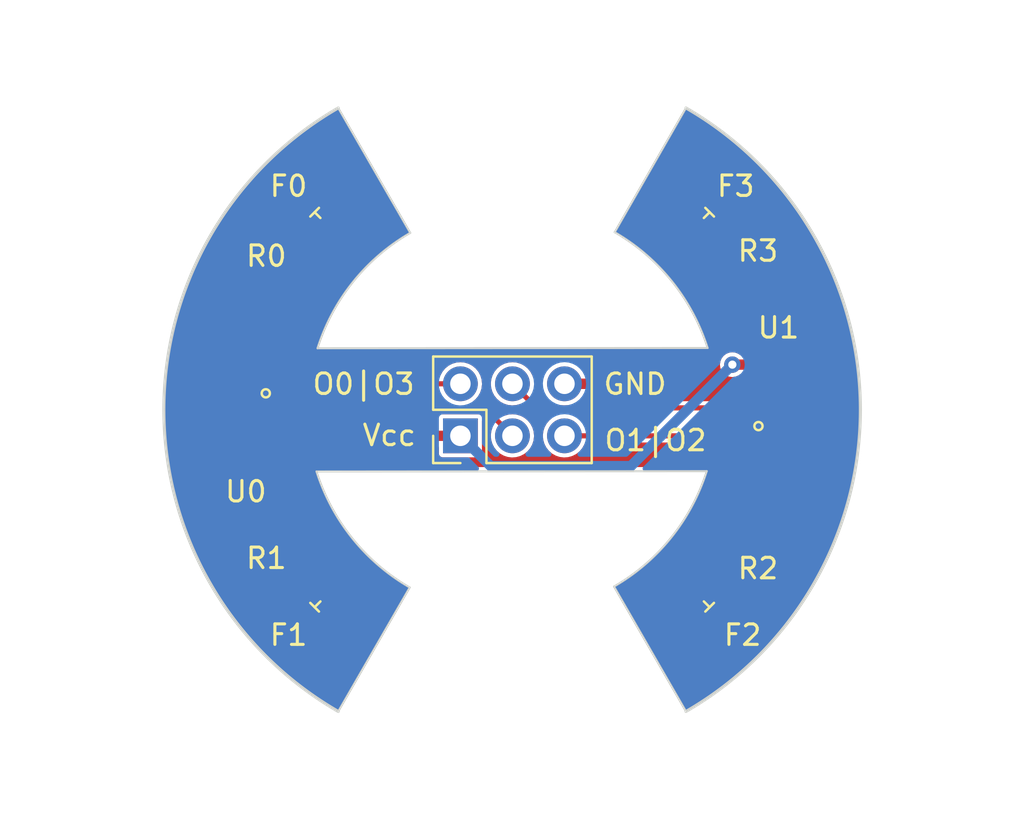
<source format=kicad_pcb>
(kicad_pcb (version 20211014) (generator pcbnew)
  (layers (0 "F.Cu" signal) (31 "B.Cu" signal) (34 "B.Paste" user) (35 "F.Paste" user) (36 "B.SilkS" user "B.Silkscreen") (37 "F.SilkS" user "F.Silkscreen") (38 "B.Mask" user) (39 "F.Mask" user) (44 "Edge.Cuts" user))
  (net 0 "")
  (net 1 "Net-(F0-Pad1)")
  (net 2 "GND")
  (net 3 "Net-(F1-Pad1)")
  (net 4 "Net-(F2-Pad1)")
  (net 5 "Net-(F3-Pad1)")
  (net 6 "O0")
  (net 7 "O1")
  (net 8 "O2")
  (net 9 "O3")
  (net 10 "VCC")
  (footprint "Helios:OPA2380" (layer "F.Cu") (at 178 100)
    (fp_text reference "U1" (at 0 -4) (layer "F.SilkS"))
    (fp_text value "OPA2380")
    (fp_circle (center -0.975 0.8) (end -0.775 0.8) (layer "F.SilkS") (width 0.12) (fill none))
    (pad "1" smd rect locked (at -0.975 2.2) (size 0.5 1.5) (layers "F.Cu" "F.Paste" "F.Mask") (net 8 "O2"))
    (pad "2" smd rect locked (at -0.325 2.2) (size 0.5 1.5) (layers "F.Cu" "F.Paste" "F.Mask") (net 4 "Net-(F2-Pad1)"))
    (pad "3" smd rect locked (at 0.325 2.2) (size 0.5 1.5) (layers "F.Cu" "F.Paste" "F.Mask") (net 2 "GND"))
    (pad "4" smd rect locked (at 0.975 2.2) (size 0.5 1.5) (layers "F.Cu" "F.Paste" "F.Mask") (net 2 "GND"))
    (pad "5" smd rect locked (at 0.975 -2.2) (size 0.5 1.5) (layers "F.Cu" "F.Paste" "F.Mask") (net 2 "GND"))
    (pad "6" smd rect locked (at 0.325 -2.2) (size 0.5 1.5) (layers "F.Cu" "F.Paste" "F.Mask") (net 5 "Net-(F3-Pad1)"))
    (pad "7" smd rect locked (at -0.325 -2.2) (size 0.5 1.5) (layers "F.Cu" "F.Paste" "F.Mask") (net 9 "O3"))
    (pad "8" smd rect locked (at -0.975 -2.2) (size 0.5 1.5) (layers "F.Cu" "F.Paste" "F.Mask") (net 10 "VCC"))
  )
  (footprint "Helios:RS_0805" (layer "F.Cu") (at 153 94.25 180)
    (fp_text reference "R0" (at 0 1.75) (layer "F.SilkS"))
    (fp_text value "Rf")
    (pad "1" smd rect locked (at -0.95 0 180) (size 0.7 1.3) (layers "F.Cu" "F.Paste" "F.Mask") (net 6 "O0"))
    (pad "2" smd rect locked (at 0.95 0 180) (size 0.7 1.3) (layers "F.Cu" "F.Paste" "F.Mask") (net 1 "Net-(F0-Pad1)"))
  )
  (footprint "Helios:SFH2704_Photodiode" (layer "F.Cu") (at 174.5 109.5 -135)
    (fp_text reference "F2" (at -0.176777 -2.298097) (layer "F.SilkS"))
    (fp_text value "SFH2704" hide)
    (fp_line (start -0.3 -0.2) (end 0.3 -0.2) (layer "F.SilkS") (width 0.12))
    (fp_line (start 0 -0.2) (end 0 0.2) (layer "F.SilkS") (width 0.12))
    (pad "1" smd rect locked (at 0 -0.7 225) (size 1.9 0.4) (layers "F.Cu" "F.Paste" "F.Mask") (net 4 "Net-(F2-Pad1)"))
    (pad "2" smd rect locked (at 0 0.7 225) (size 1.9 0.4) (layers "F.Cu" "F.Paste" "F.Mask") (net 2 "GND"))
  )
  (footprint "Helios:SFH2704_Photodiode" (layer "F.Cu") (at 155.5 90.5 45)
    (fp_text reference "F0" (at 0 -2.000001 180) (layer "F.SilkS"))
    (fp_text value "SFH2704" hide)
    (fp_line (start -0.3 -0.2) (end 0.3 -0.2) (layer "F.SilkS") (width 0.12))
    (fp_line (start 0 -0.2) (end 0 0.2) (layer "F.SilkS") (width 0.12))
    (pad "1" smd rect locked (at 0 -0.7 45) (size 1.9 0.4) (layers "F.Cu" "F.Paste" "F.Mask") (net 1 "Net-(F0-Pad1)"))
    (pad "2" smd rect locked (at 0 0.7 45) (size 1.9 0.4) (layers "F.Cu" "F.Paste" "F.Mask") (net 2 "GND"))
  )
  (footprint "Helios:RS_0805" (layer "F.Cu") (at 177 94.25)
    (fp_text reference "R3" (at 0 -2) (layer "F.SilkS"))
    (fp_text value "Rf")
    (pad "1" smd rect locked (at -0.95 0) (size 0.7 1.3) (layers "F.Cu" "F.Paste" "F.Mask") (net 9 "O3"))
    (pad "2" smd rect locked (at 0.95 0) (size 0.7 1.3) (layers "F.Cu" "F.Paste" "F.Mask") (net 5 "Net-(F3-Pad1)"))
  )
  (footprint "Helios:OPA2380" (layer "F.Cu") (at 152 100 180)
    (fp_text reference "U0" (at 0 -4) (layer "F.SilkS"))
    (fp_text value "OPA2380")
    (fp_circle (center -0.975 0.8) (end -0.775 0.8) (layer "F.SilkS") (width 0.12) (fill none))
    (pad "1" smd rect locked (at -0.975 2.2 180) (size 0.5 1.5) (layers "F.Cu" "F.Paste" "F.Mask") (net 6 "O0"))
    (pad "2" smd rect locked (at -0.325 2.2 180) (size 0.5 1.5) (layers "F.Cu" "F.Paste" "F.Mask") (net 1 "Net-(F0-Pad1)"))
    (pad "3" smd rect locked (at 0.325 2.2 180) (size 0.5 1.5) (layers "F.Cu" "F.Paste" "F.Mask") (net 2 "GND"))
    (pad "4" smd rect locked (at 0.975 2.2 180) (size 0.5 1.5) (layers "F.Cu" "F.Paste" "F.Mask") (net 2 "GND"))
    (pad "5" smd rect locked (at 0.975 -2.2 180) (size 0.5 1.5) (layers "F.Cu" "F.Paste" "F.Mask") (net 2 "GND"))
    (pad "6" smd rect locked (at 0.325 -2.2 180) (size 0.5 1.5) (layers "F.Cu" "F.Paste" "F.Mask") (net 3 "Net-(F1-Pad1)"))
    (pad "7" smd rect locked (at -0.325 -2.2 180) (size 0.5 1.5) (layers "F.Cu" "F.Paste" "F.Mask") (net 7 "O1"))
    (pad "8" smd rect locked (at -0.975 -2.2 180) (size 0.5 1.5) (layers "F.Cu" "F.Paste" "F.Mask") (net 10 "VCC"))
  )
  (footprint "Helios:SFH2704_Photodiode" (layer "F.Cu") (at 174.5 90.5 -45)
    (fp_text reference "F3" (at 0 -2.000001) (layer "F.SilkS"))
    (fp_text value "SFH2704" hide)
    (fp_line (start 0 -0.2) (end 0 0.2) (layer "F.SilkS") (width 0.12))
    (fp_line (start -0.3 -0.2) (end 0.3 -0.2) (layer "F.SilkS") (width 0.12))
    (pad "1" smd rect locked (at 0 -0.7 315) (size 1.9 0.4) (layers "F.Cu" "F.Paste" "F.Mask") (net 5 "Net-(F3-Pad1)"))
    (pad "2" smd rect locked (at 0 0.7 315) (size 1.9 0.4) (layers "F.Cu" "F.Paste" "F.Mask") (net 2 "GND"))
  )
  (footprint "Helios:SFH2704_Photodiode" (layer "F.Cu") (at 155.5 109.5 135)
    (fp_text reference "F1" (at -0.06066 -2.06066 180) (layer "F.SilkS"))
    (fp_text value "SFH2704" hide)
    (fp_line (start 0 -0.2) (end 0 0.2) (layer "F.SilkS") (width 0.12))
    (fp_line (start -0.3 -0.2) (end 0.3 -0.2) (layer "F.SilkS") (width 0.12))
    (pad "1" smd rect locked (at 0 -0.7 135) (size 1.9 0.4) (layers "F.Cu" "F.Paste" "F.Mask") (net 3 "Net-(F1-Pad1)"))
    (pad "2" smd rect locked (at 0 0.7 135) (size 1.9 0.4) (layers "F.Cu" "F.Paste" "F.Mask") (net 2 "GND"))
  )
  (footprint "Helios:RS_0805" (layer "F.Cu") (at 177 106)
    (fp_text reference "R2" (at 0 1.75) (layer "F.SilkS"))
    (fp_text value "Rf")
    (pad "1" smd rect locked (at -0.95 0) (size 0.7 1.3) (layers "F.Cu" "F.Paste" "F.Mask") (net 8 "O2"))
    (pad "2" smd rect locked (at 0.95 0) (size 0.7 1.3) (layers "F.Cu" "F.Paste" "F.Mask") (net 4 "Net-(F2-Pad1)"))
  )
  (footprint "Connector_PinHeader_2.54mm:PinHeader_2x03_P2.54mm_Vertical" (layer "F.Cu") (at 162.475 101.275 90)
    (fp_text reference "J0" hide)
    (fp_text value "Connector")
    (fp_line (start -1.33 6.41) (end 3.87 6.41) (layer "F.SilkS") (width 0.12))
    (fp_line (start -1.33 1.27) (end 1.27 1.27) (layer "F.SilkS") (width 0.12))
    (fp_line (start -1.33 0) (end -1.33 -1.33) (layer "F.SilkS") (width 0.12))
    (fp_line (start -1.33 -1.33) (end 0 -1.33) (layer "F.SilkS") (width 0.12))
    (fp_line (start -1.33 1.27) (end -1.33 6.41) (layer "F.SilkS") (width 0.12))
    (fp_line (start 3.87 -1.33) (end 3.87 6.41) (layer "F.SilkS") (width 0.12))
    (fp_line (start 1.27 1.27) (end 1.27 -1.33) (layer "F.SilkS") (width 0.12))
    (fp_line (start 1.27 -1.33) (end 3.87 -1.33) (layer "F.SilkS") (width 0.12))
    (pad "1" thru_hole rect (at 0 0 90) (size 1.7 1.7) (drill 1) (layers *.Cu *.Mask) (net 10 "VCC"))
    (pad "2" thru_hole oval (at 2.54 0 90) (size 1.7 1.7) (drill 1) (layers *.Cu *.Mask) (net 6 "O0"))
    (pad "3" thru_hole oval (at 0 2.54 90) (size 1.7 1.7) (drill 1) (layers *.Cu *.Mask) (net 7 "O1"))
    (pad "4" thru_hole oval (at 2.54 2.54 90) (size 1.7 1.7) (drill 1) (layers *.Cu *.Mask) (net 9 "O3"))
    (pad "5" thru_hole oval (at 0 5.08 90) (size 1.7 1.7) (drill 1) (layers *.Cu *.Mask) (net 8 "O2"))
    (pad "6" thru_hole oval (at 2.54 5.08 90) (size 1.7 1.7) (drill 1) (layers *.Cu *.Mask) (net 2 "GND"))
  )
  (footprint "Helios:RS_0805" (layer "F.Cu") (at 153 105.75 180)
    (fp_text reference "R1" (at 0 -1.5) (layer "F.SilkS"))
    (fp_text value "Rf")
    (pad "1" smd rect locked (at -0.95 0 180) (size 0.7 1.3) (layers "F.Cu" "F.Paste" "F.Mask") (net 7 "O1"))
    (pad "2" smd rect locked (at 0.95 0 180) (size 0.7 1.3) (layers "F.Cu" "F.Paste" "F.Mask") (net 3 "Net-(F1-Pad1)"))
  )
  (gr_line (start 160.025772 91.368253) (end 156.511923 85.270692) (layer "Edge.Cuts") (width 0.1))
  (gr_arc (start 160 108.676765) (mid 157.193985 106.273147) (end 155.450535 103.01562) (layer "Edge.Cuts") (width 0.1))
  (gr_line (start 160 108.676765) (end 156.511923 114.729308) (layer "Edge.Cuts") (width 0.1))
  (gr_arc (start 174.5 103) (mid 172.76543 106.240841) (end 169.973684 108.63206) (layer "Edge.Cuts") (width 0.1))
  (gr_arc (start 156.511923 114.729308) (mid 147.999382 100) (end 156.511923 85.270692) (layer "Edge.Cuts") (width 0.15))
  (gr_line (start 174.54251 96.986576) (end 155.5 97) (layer "Edge.Cuts") (width 0.1))
  (gr_line (start 169.973684 108.63206) (end 173.48684 114.729308) (layer "Edge.Cuts") (width 0.1))
  (gr_arc (start 155.5 97) (mid 157.234373 93.759404) (end 160.025772 91.368253) (layer "Edge.Cuts") (width 0.1))
  (gr_arc (start 170.007011 91.335701) (mid 172.804181 93.736216) (end 174.54251 96.986576) (layer "Edge.Cuts") (width 0.1))
  (gr_line (start 173.48684 85.270692) (end 170.007011 91.335701) (layer "Edge.Cuts") (width 0.1))
  (gr_line (start 174.5 103) (end 155.450535 103.01562) (layer "Edge.Cuts") (width 0.1))
  (gr_arc (start 173.48684 85.270692) (mid 181.999381 100) (end 173.48684 114.729308) (layer "Edge.Cuts") (width 0.15))
  (gr_text "O0|O3" (at 157.75 98.75) (layer "F.SilkS") (effects (font (size 1 1))))
  (gr_text "Vcc" (at 159 101.25) (layer "F.SilkS") (effects (font (size 1 1))))
  (gr_text "O1|O2" (at 172 101.5) (layer "F.SilkS") (effects (font (size 1 1))))
  (gr_text "GND" (at 171 98.75) (layer "F.SilkS") (effects (font (size 1 1))))
  (segment (start 152.05 96.05) (end 152.05 94.25) (width 0.25) (layer "F.Cu") (net 1))
  (segment (start 152.325 96.325) (end 152.05 96.05) (width 0.25) (layer "F.Cu") (net 1))
  (segment (start 155.005025 90.005025) (end 152.05 92.96005) (width 0.25) (layer "F.Cu") (net 1))
  (segment (start 152.325 97.8) (end 152.325 96.325) (width 0.25) (layer "F.Cu") (net 1))
  (segment (start 152.05 92.96005) (end 152.05 94.25) (width 0.25) (layer "F.Cu") (net 1))
  (segment (start 151.675 103.675) (end 152.05 104.05) (width 0.25) (layer "F.Cu") (net 3))
  (segment (start 152.05 104.05) (end 152.05 105.75) (width 0.25) (layer "F.Cu") (net 3))
  (segment (start 151.675 102.2) (end 151.675 103.675) (width 0.25) (layer "F.Cu") (net 3))
  (segment (start 152.05 107.03995) (end 152.05 105.75) (width 0.25) (layer "F.Cu") (net 3))
  (segment (start 155.005025 109.994975) (end 152.05 107.03995) (width 0.25) (layer "F.Cu") (net 3))
  (segment (start 177.95 103.7) (end 177.95 106) (width 0.25) (layer "F.Cu") (net 4))
  (segment (start 177.95 106) (end 177.95 107.03995) (width 0.25) (layer "F.Cu") (net 4))
  (segment (start 177.95 107.03995) (end 174.994975 109.994975) (width 0.25) (layer "F.Cu") (net 4))
  (segment (start 177.675 103.425) (end 177.95 103.7) (width 0.25) (layer "F.Cu") (net 4))
  (segment (start 177.675 102.2) (end 177.675 103.425) (width 0.25) (layer "F.Cu") (net 4))
  (segment (start 174.994975 90.005025) (end 177.95 92.96005) (width 0.25) (layer "F.Cu") (net 5))
  (segment (start 177.95 95.9) (end 177.95 94.25) (width 0.25) (layer "F.Cu") (net 5))
  (segment (start 177.95 92.96005) (end 177.95 94.25) (width 0.25) (layer "F.Cu") (net 5))
  (segment (start 178.325 96.275) (end 177.95 95.9) (width 0.25) (layer "F.Cu") (net 5))
  (segment (start 178.325 97.8) (end 178.325 96.275) (width 0.25) (layer "F.Cu") (net 5))
  (segment (start 153.95 94.25) (end 153.95 95.65) (width 0.25) (layer "F.Cu") (net 6))
  (segment (start 153.95 95.65) (end 152.975 96.625) (width 0.25) (layer "F.Cu") (net 6))
  (segment (start 162.475 98.735) (end 155.735 98.735) (width 0.25) (layer "F.Cu") (net 6))
  (segment (start 155.735 98.735) (end 154.8 97.8) (width 0.25) (layer "F.Cu") (net 6))
  (segment (start 152.975 96.625) (end 152.975 97.8) (width 0.25) (layer "F.Cu") (net 6))
  (segment (start 154.8 97.8) (end 152.975 97.8) (width 0.25) (layer "F.Cu") (net 6))
  (segment (start 163.84 100.1) (end 153.425 100.1) (width 0.25) (layer "F.Cu") (net 7))
  (segment (start 165.015 101.275) (end 163.84 100.1) (width 0.25) (layer "F.Cu") (net 7))
  (segment (start 153.95 104.85) (end 153.55 104.45) (width 0.25) (layer "F.Cu") (net 7))
  (segment (start 153.95 105.75) (end 153.95 104.85) (width 0.25) (layer "F.Cu") (net 7))
  (segment (start 152.325 103.225) (end 152.325 102.2) (width 0.25) (layer "F.Cu") (net 7))
  (segment (start 153.55 104.45) (end 152.325 103.225) (width 0.25) (layer "F.Cu") (net 7))
  (segment (start 152.325 101.2) (end 152.325 102.2) (width 0.25) (layer "F.Cu") (net 7))
  (segment (start 153.425 100.1) (end 152.325 101.2) (width 0.25) (layer "F.Cu") (net 7))
  (segment (start 175.45 102.2) (end 177.025 102.2) (width 0.25) (layer "F.Cu") (net 8))
  (segment (start 176.05 104.7) (end 177.025 103.725) (width 0.25) (layer "F.Cu") (net 8))
  (segment (start 176.05 106) (end 176.05 104.7) (width 0.25) (layer "F.Cu") (net 8))
  (segment (start 167.555 101.275) (end 174.525 101.275) (width 0.25) (layer "F.Cu") (net 8))
  (segment (start 177.025 103.725) (end 177.025 102.2) (width 0.25) (layer "F.Cu") (net 8))
  (segment (start 174.525 101.275) (end 175.45 102.2) (width 0.25) (layer "F.Cu") (net 8))
  (segment (start 166.19 99.91) (end 176.565 99.91) (width 0.25) (layer "F.Cu") (net 9))
  (segment (start 176.565 99.91) (end 177.675 98.8) (width 0.25) (layer "F.Cu") (net 9))
  (segment (start 177.675 96.8) (end 177.675 97.8) (width 0.25) (layer "F.Cu") (net 9))
  (segment (start 176.05 94.25) (end 176.05 95.175) (width 0.25) (layer "F.Cu") (net 9))
  (segment (start 176.05 95.175) (end 177.675 96.8) (width 0.25) (layer "F.Cu") (net 9))
  (segment (start 177.675 98.8) (end 177.675 97.8) (width 0.25) (layer "F.Cu") (net 9))
  (segment (start 165.015 98.735) (end 166.19 99.91) (width 0.25) (layer "F.Cu") (net 9))
  (segment (start 154.8 102.2) (end 153.025 102.2) (width 0.5) (layer "F.Cu") (net 10))
  (segment (start 155.725 101.275) (end 154.8 102.2) (width 0.5) (layer "F.Cu") (net 10))
  (segment (start 175.75 97.8) (end 176.975 97.8) (width 0.5) (layer "F.Cu") (net 10))
  (segment (start 162.475 101.275) (end 155.725 101.275) (width 0.5) (layer "F.Cu") (net 10))
  (via (at 175.75 97.8) (size 0.8) (drill 0.4) (layers "F.Cu" "B.Cu") (net 10))
  (segment (start 170.8 102.75) (end 175.75 97.8) (width 0.5) (layer "B.Cu") (net 10))
  (segment (start 163.95 102.75) (end 170.8 102.75) (width 0.5) (layer "B.Cu") (net 10))
  (segment (start 162.475 101.275) (end 163.95 102.75) (width 0.5) (layer "B.Cu") (net 10))
  (zone (net 0) (net_name "") (layer "F.Cu") (connect_pads (clearance 0)) (min_thickness 0.254)
    (keepout (tracks allowed) (vias allowed) (pads allowed) (copperpour not_allowed) (footprints allowed))
    (fill (thermal_gap 0.508) (thermal_bridge_width 0.508))
    (polygon (pts (xy 176.25 90.75) (xy 175.25 91.75) (xy 173.25 89.75) (xy 174.25 88.75)))
  )
  (zone (net 0) (net_name "") (layer "F.Cu") (connect_pads (clearance 0)) (min_thickness 0.254)
    (keepout (tracks allowed) (vias allowed) (pads allowed) (copperpour not_allowed) (footprints allowed))
    (fill (thermal_gap 0.508) (thermal_bridge_width 0.508))
    (polygon (pts (xy 176.25 109.25) (xy 174.25 111.25) (xy 173.25 110.25) (xy 175.25 108.25)))
  )
  (zone (net 0) (net_name "") (layer "F.Cu") (connect_pads (clearance 0)) (min_thickness 0.254)
    (keepout (tracks allowed) (vias allowed) (pads allowed) (copperpour not_allowed) (footprints allowed))
    (fill (thermal_gap 0.508) (thermal_bridge_width 0.508))
    (polygon (pts (xy 179.75 101.75) (xy 176.5 101.75) (xy 176.5 98.25) (xy 179.75 98.25)))
  )
  (zone (net 0) (net_name "") (layer "F.Cu") (connect_pads (clearance 0)) (min_thickness 0.254)
    (keepout (tracks allowed) (vias allowed) (pads allowed) (copperpour not_allowed) (footprints allowed))
    (fill (thermal_gap 0.508) (thermal_bridge_width 0.508))
    (polygon (pts (xy 177.75 95) (xy 176.25 95) (xy 176.25 91.5) (xy 177.75 93)))
  )
  (zone (net 0) (net_name "") (layer "F.Cu") (connect_pads (clearance 0)) (min_thickness 0.254)
    (keepout (tracks allowed) (vias allowed) (pads allowed) (copperpour not_allowed) (footprints allowed))
    (fill (thermal_gap 0.508) (thermal_bridge_width 0.508))
    (polygon (pts (xy 153.75 95.25) (xy 152.25 95.25) (xy 152.25 93) (xy 153.75 91.5)))
  )
  (zone (net 2) (net_name "GND") (layer "F.Cu") (connect_pads (clearance 0.2)) (min_thickness 0.254) (fill yes (thermal_gap 0.508) (thermal_bridge_width 0.508))
    (polygon (pts (xy 190 120) (xy 140 120) (xy 140 80) (xy 190 80)))
  )
  (zone (net 0) (net_name "") (layer "F.Cu") (connect_pads (clearance 0)) (min_thickness 0.254)
    (keepout (tracks allowed) (vias allowed) (pads allowed) (copperpour not_allowed) (footprints allowed))
    (fill (thermal_gap 0.508) (thermal_bridge_width 0.508))
    (polygon (pts (xy 153.75 108.5) (xy 152.25 107) (xy 152.25 105) (xy 153.75 105)))
  )
  (zone (net 0) (net_name "") (layer "F.Cu") (connect_pads (clearance 0)) (min_thickness 0.254)
    (keepout (tracks allowed) (vias allowed) (pads allowed) (copperpour not_allowed) (footprints allowed))
    (fill (thermal_gap 0.508) (thermal_bridge_width 0.508))
    (polygon (pts (xy 156.75 110.25) (xy 155.75 111.25) (xy 153.75 109.25) (xy 154.75 108.25)))
  )
  (zone (net 0) (net_name "") (layer "F.Cu") (connect_pads (clearance 0)) (min_thickness 0.254)
    (keepout (tracks allowed) (vias allowed) (pads allowed) (copperpour not_allowed) (footprints allowed))
    (fill (thermal_gap 0.508) (thermal_bridge_width 0.508))
    (polygon (pts (xy 153.25 101.75) (xy 150.25 101.75) (xy 150.25 98.25) (xy 153.25 98.25)))
  )
  (zone (net 0) (net_name "") (layer "F.Cu") (connect_pads (clearance 0)) (min_thickness 0.254)
    (keepout (tracks allowed) (vias allowed) (pads allowed) (copperpour not_allowed) (footprints allowed))
    (fill (thermal_gap 0.508) (thermal_bridge_width 0.508))
    (polygon (pts (xy 156.75 89.75) (xy 154.75 91.75) (xy 153.75 90.75) (xy 155.75 88.75)))
  )
  (zone (net 0) (net_name "") (layer "F.Cu") (connect_pads (clearance 0)) (min_thickness 0.254)
    (keepout (tracks allowed) (vias allowed) (pads allowed) (copperpour not_allowed) (footprints allowed))
    (fill (thermal_gap 0.508) (thermal_bridge_width 0.508))
    (polygon (pts (xy 177.75 107) (xy 176.25 108.5) (xy 176.25 105.25) (xy 177.75 105.25)))
  )
  (zone (net 0) (net_name "") (layer "B.Cu") (connect_pads (clearance 0)) (min_thickness 0.254) (fill yes (thermal_gap 0.508) (thermal_bridge_width 0.508))
    (polygon (pts (xy 190 120) (xy 140 120) (xy 140 80) (xy 190 80)))
  )
)
</source>
